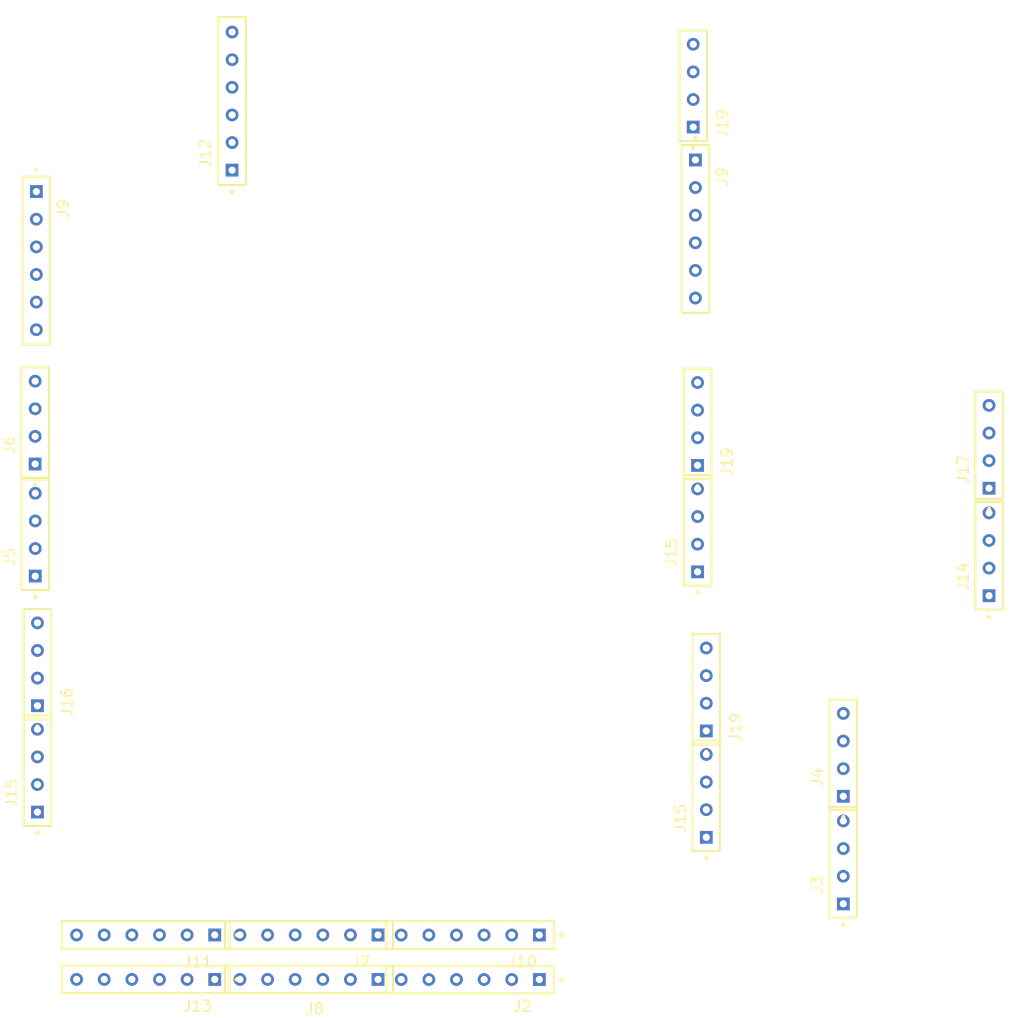
<source format=kicad_pcb>
(kicad_pcb (version 20211014) (generator pcbnew)
  (layers (0 "F.Cu" signal) (31 "B.Cu" signal) (34 "B.Paste" user) (35 "F.Paste" user) (36 "B.SilkS" user "B.Silkscreen") (37 "F.SilkS" user "F.Silkscreen") (38 "B.Mask" user) (39 "F.Mask" user) (44 "Edge.Cuts" user))
  (net 0 "")
  (footprint "Kicad:SAMTEC_BBS-106-X-X" (layer "F.Cu") (at 208 52.1867 -90)
    (fp_text reference "J9" (at -4.7966 -2.455 90) (layer "F.SilkS"))
    (fp_text value "BBS-106-X-X")
    (fp_line (start 7.7216 1.27) (end -7.7216 1.27) (layer "F.SilkS") (width 0.2))
    (fp_line (start 7.7216 -1.27) (end 7.7216 1.27) (layer "F.SilkS") (width 0.2))
    (fp_line (start -7.7216 -1.27) (end 7.7216 -1.27) (layer "F.SilkS") (width 0.2))
    (fp_line (start -7.7216 1.27) (end -7.7216 -1.27) (layer "F.SilkS") (width 0.2))
    (fp_circle (center -8.37 0) (end -8.27 0) (layer "F.SilkS") (width 0.2) (fill none))
    (pad "01" thru_hole rect (at -6.35 0 270) (size 1.168 1.168) (drill 0.66) (layers *.Cu *.Mask))
    (pad "02" thru_hole circle (at -3.81 0 270) (size 1.168 1.168) (drill 0.66) (layers *.Cu *.Mask))
    (pad "03" thru_hole circle (at -1.27 0 270) (size 1.168 1.168) (drill 0.66) (layers *.Cu *.Mask))
    (pad "04" thru_hole circle (at 1.27 0 270) (size 1.168 1.168) (drill 0.66) (layers *.Cu *.Mask))
    (pad "05" thru_hole circle (at 3.81 0 270) (size 1.168 1.168) (drill 0.66) (layers *.Cu *.Mask))
    (pad "06" thru_hole circle (at 6.35 0 270) (size 1.168 1.168) (drill 0.66) (layers *.Cu *.Mask))
  )
  (footprint "BBS 104 x:SAMTEC_BBS-104-X-A" (layer "F.Cu") (at 147.5 92.2125 90)
    (fp_text reference "J16" (at -3.4875 2.7 90) (layer "F.SilkS"))
    (fp_text value "BBS-104-X-A")
    (fp_line (start -5.08 1.27) (end -5.08 -1.27) (layer "F.SilkS") (width 0.2))
    (fp_line (start 5.08 1.27) (end -5.08 1.27) (layer "F.SilkS") (width 0.2))
    (fp_line (start -5.08 -1.27) (end 5.08 -1.27) (layer "F.SilkS") (width 0.2))
    (fp_line (start 5.08 -1.27) (end 5.08 1.27) (layer "F.SilkS") (width 0.2))
    (fp_circle (center -5.73 0) (end -5.63 0) (layer "F.SilkS") (width 0.2) (fill none))
    (pad "01" thru_hole rect (at -3.81 0 90) (size 1.168 1.168) (drill 0.66) (layers *.Cu *.Mask))
    (pad "02" thru_hole circle (at -1.27 0 90) (size 1.168 1.168) (drill 0.66) (layers *.Cu *.Mask))
    (pad "03" thru_hole circle (at 1.27 0 90) (size 1.168 1.168) (drill 0.66) (layers *.Cu *.Mask))
    (pad "04" thru_hole circle (at 3.81 0 90) (size 1.168 1.168) (drill 0.66) (layers *.Cu *.Mask))
  )
  (footprint "BBS 104 x:SAMTEC_BBS-104-X-A" (layer "F.Cu") (at 147.29 69.99 90)
    (fp_text reference "J6" (at -2.055 -2.385 90) (layer "F.SilkS"))
    (fp_text value "BBS-104-X-A")
    (fp_line (start 5.08 1.27) (end -5.08 1.27) (layer "F.SilkS") (width 0.2))
    (fp_line (start 5.08 -1.27) (end 5.08 1.27) (layer "F.SilkS") (width 0.2))
    (fp_line (start -5.08 -1.27) (end 5.08 -1.27) (layer "F.SilkS") (width 0.2))
    (fp_line (start -5.08 1.27) (end -5.08 -1.27) (layer "F.SilkS") (width 0.2))
    (fp_circle (center -5.73 0) (end -5.63 0) (layer "F.SilkS") (width 0.2) (fill none))
    (pad "01" thru_hole rect (at -3.81 0 90) (size 1.168 1.168) (drill 0.66) (layers *.Cu *.Mask))
    (pad "02" thru_hole circle (at -1.27 0 90) (size 1.168 1.168) (drill 0.66) (layers *.Cu *.Mask))
    (pad "03" thru_hole circle (at 1.27 0 90) (size 1.168 1.168) (drill 0.66) (layers *.Cu *.Mask))
    (pad "04" thru_hole circle (at 3.81 0 90) (size 1.168 1.168) (drill 0.66) (layers *.Cu *.Mask))
  )
  (footprint "BBS 104 x:SAMTEC_BBS-104-X-A" (layer "F.Cu") (at 209 104.3125 90)
    (fp_text reference "J15" (at -2.055 -2.385 90) (layer "F.SilkS"))
    (fp_text value "BBS-104-X-A")
    (fp_line (start 5.08 -1.27) (end 5.08 1.27) (layer "F.SilkS") (width 0.2))
    (fp_line (start 5.08 1.27) (end -5.08 1.27) (layer "F.SilkS") (width 0.2))
    (fp_line (start -5.08 -1.27) (end 5.08 -1.27) (layer "F.SilkS") (width 0.2))
    (fp_line (start -5.08 1.27) (end -5.08 -1.27) (layer "F.SilkS") (width 0.2))
    (fp_circle (center -5.73 0) (end -5.63 0) (layer "F.SilkS") (width 0.2) (fill none))
    (pad "01" thru_hole rect (at -3.81 0 90) (size 1.168 1.168) (drill 0.66) (layers *.Cu *.Mask))
    (pad "02" thru_hole circle (at -1.27 0 90) (size 1.168 1.168) (drill 0.66) (layers *.Cu *.Mask))
    (pad "03" thru_hole circle (at 1.27 0 90) (size 1.168 1.168) (drill 0.66) (layers *.Cu *.Mask))
    (pad "04" thru_hole circle (at 3.81 0 90) (size 1.168 1.168) (drill 0.66) (layers *.Cu *.Mask))
  )
  (footprint "Kicad:SAMTEC_BBS-106-X-X" (layer "F.Cu") (at 165.4 40.43 90)
    (fp_text reference "J12" (at -4.7966 -2.455 90) (layer "F.SilkS"))
    (fp_text value "BBS-106-X-X")
    (fp_line (start 7.7216 1.27) (end -7.7216 1.27) (layer "F.SilkS") (width 0.2))
    (fp_line (start -7.7216 -1.27) (end 7.7216 -1.27) (layer "F.SilkS") (width 0.2))
    (fp_line (start -7.7216 1.27) (end -7.7216 -1.27) (layer "F.SilkS") (width 0.2))
    (fp_line (start 7.7216 -1.27) (end 7.7216 1.27) (layer "F.SilkS") (width 0.2))
    (fp_circle (center -8.37 0) (end -8.27 0) (layer "F.SilkS") (width 0.2) (fill none))
    (pad "01" thru_hole rect (at -6.35 0 90) (size 1.168 1.168) (drill 0.66) (layers *.Cu *.Mask))
    (pad "02" thru_hole circle (at -3.81 0 90) (size 1.168 1.168) (drill 0.66) (layers *.Cu *.Mask))
    (pad "03" thru_hole circle (at -1.27 0 90) (size 1.168 1.168) (drill 0.66) (layers *.Cu *.Mask))
    (pad "04" thru_hole circle (at 1.27 0 90) (size 1.168 1.168) (drill 0.66) (layers *.Cu *.Mask))
    (pad "05" thru_hole circle (at 3.81 0 90) (size 1.168 1.168) (drill 0.66) (layers *.Cu *.Mask))
    (pad "06" thru_hole circle (at 6.35 0 90) (size 1.168 1.168) (drill 0.66) (layers *.Cu *.Mask))
  )
  (footprint "Kicad:SAMTEC_BBS-106-X-X" (layer "F.Cu") (at 157.45 121.19 180)
    (fp_text reference "J13" (at -4.7966 -2.455) (layer "F.SilkS"))
    (fp_text value "BBS-106-X-X")
    (fp_line (start -7.7216 -1.27) (end 7.7216 -1.27) (layer "F.SilkS") (width 0.2))
    (fp_line (start 7.7216 1.27) (end -7.7216 1.27) (layer "F.SilkS") (width 0.2))
    (fp_line (start -7.7216 1.27) (end -7.7216 -1.27) (layer "F.SilkS") (width 0.2))
    (fp_line (start 7.7216 -1.27) (end 7.7216 1.27) (layer "F.SilkS") (width 0.2))
    (fp_circle (center -8.37 0) (end -8.27 0) (layer "F.SilkS") (width 0.2) (fill none))
    (pad "01" thru_hole rect (at -6.35 0 180) (size 1.168 1.168) (drill 0.66) (layers *.Cu *.Mask))
    (pad "02" thru_hole circle (at -3.81 0 180) (size 1.168 1.168) (drill 0.66) (layers *.Cu *.Mask))
    (pad "03" thru_hole circle (at -1.27 0 180) (size 1.168 1.168) (drill 0.66) (layers *.Cu *.Mask))
    (pad "04" thru_hole circle (at 1.27 0 180) (size 1.168 1.168) (drill 0.66) (layers *.Cu *.Mask))
    (pad "05" thru_hole circle (at 3.81 0 180) (size 1.168 1.168) (drill 0.66) (layers *.Cu *.Mask))
    (pad "06" thru_hole circle (at 6.35 0 180) (size 1.168 1.168) (drill 0.66) (layers *.Cu *.Mask))
  )
  (footprint "Kicad:SAMTEC_BBS-106-X-X" (layer "F.Cu") (at 187.3 117.11 180)
    (fp_text reference "J10" (at -4.7966 -2.455) (layer "F.SilkS"))
    (fp_text value "BBS-106-X-X")
    (fp_line (start 7.7216 -1.27) (end 7.7216 1.27) (layer "F.SilkS") (width 0.2))
    (fp_line (start -7.7216 1.27) (end -7.7216 -1.27) (layer "F.SilkS") (width 0.2))
    (fp_line (start -7.7216 -1.27) (end 7.7216 -1.27) (layer "F.SilkS") (width 0.2))
    (fp_line (start 7.7216 1.27) (end -7.7216 1.27) (layer "F.SilkS") (width 0.2))
    (fp_circle (center -8.37 0) (end -8.27 0) (layer "F.SilkS") (width 0.2) (fill none))
    (pad "01" thru_hole rect (at -6.35 0 180) (size 1.168 1.168) (drill 0.66) (layers *.Cu *.Mask))
    (pad "02" thru_hole circle (at -3.81 0 180) (size 1.168 1.168) (drill 0.66) (layers *.Cu *.Mask))
    (pad "03" thru_hole circle (at -1.27 0 180) (size 1.168 1.168) (drill 0.66) (layers *.Cu *.Mask))
    (pad "04" thru_hole circle (at 1.27 0 180) (size 1.168 1.168) (drill 0.66) (layers *.Cu *.Mask))
    (pad "05" thru_hole circle (at 3.81 0 180) (size 1.168 1.168) (drill 0.66) (layers *.Cu *.Mask))
    (pad "06" thru_hole circle (at 6.35 0 180) (size 1.168 1.168) (drill 0.66) (layers *.Cu *.Mask))
  )
  (footprint "Kicad:SAMTEC_BBS-106-X-X" (layer "F.Cu") (at 147.4 55.1 -90)
    (fp_text reference "J9" (at -4.7966 -2.455 90) (layer "F.SilkS"))
    (fp_text value "BBS-106-X-X")
    (fp_line (start 7.7216 -1.27) (end 7.7216 1.27) (layer "F.SilkS") (width 0.2))
    (fp_line (start -7.7216 -1.27) (end 7.7216 -1.27) (layer "F.SilkS") (width 0.2))
    (fp_line (start -7.7216 1.27) (end -7.7216 -1.27) (layer "F.SilkS") (width 0.2))
    (fp_line (start 7.7216 1.27) (end -7.7216 1.27) (layer "F.SilkS") (width 0.2))
    (fp_circle (center -8.37 0) (end -8.27 0) (layer "F.SilkS") (width 0.2) (fill none))
    (pad "01" thru_hole rect (at -6.35 0 270) (size 1.168 1.168) (drill 0.66) (layers *.Cu *.Mask))
    (pad "02" thru_hole circle (at -3.81 0 270) (size 1.168 1.168) (drill 0.66) (layers *.Cu *.Mask))
    (pad "03" thru_hole circle (at -1.27 0 270) (size 1.168 1.168) (drill 0.66) (layers *.Cu *.Mask))
    (pad "04" thru_hole circle (at 1.27 0 270) (size 1.168 1.168) (drill 0.66) (layers *.Cu *.Mask))
    (pad "05" thru_hole circle (at 3.81 0 270) (size 1.168 1.168) (drill 0.66) (layers *.Cu *.Mask))
    (pad "06" thru_hole circle (at 6.35 0 270) (size 1.168 1.168) (drill 0.66) (layers *.Cu *.Mask))
  )
  (footprint "Kicad:SAMTEC_BBS-106-X-X" (layer "F.Cu") (at 172.47 117.1 180)
    (fp_text reference "J7" (at -4.7966 -2.455) (layer "F.SilkS"))
    (fp_text value "BBS-106-X-X")
    (fp_line (start -7.7216 -1.27) (end 7.7216 -1.27) (layer "F.SilkS") (width 0.2))
    (fp_line (start 7.7216 1.27) (end -7.7216 1.27) (layer "F.SilkS") (width 0.2))
    (fp_line (start 7.7216 -1.27) (end 7.7216 1.27) (layer "F.SilkS") (width 0.2))
    (fp_line (start -7.7216 1.27) (end -7.7216 -1.27) (layer "F.SilkS") (width 0.2))
    (fp_circle (center -8.37 0) (end -8.27 0) (layer "F.SilkS") (width 0.2) (fill none))
    (pad "01" thru_hole rect (at -6.35 0 180) (size 1.168 1.168) (drill 0.66) (layers *.Cu *.Mask))
    (pad "02" thru_hole circle (at -3.81 0 180) (size 1.168 1.168) (drill 0.66) (layers *.Cu *.Mask))
    (pad "03" thru_hole circle (at -1.27 0 180) (size 1.168 1.168) (drill 0.66) (layers *.Cu *.Mask))
    (pad "04" thru_hole circle (at 1.27 0 180) (size 1.168 1.168) (drill 0.66) (layers *.Cu *.Mask))
    (pad "05" thru_hole circle (at 3.81 0 180) (size 1.168 1.168) (drill 0.66) (layers *.Cu *.Mask))
    (pad "06" thru_hole circle (at 6.35 0 180) (size 1.168 1.168) (drill 0.66) (layers *.Cu *.Mask))
  )
  (footprint "Kicad:SAMTEC_BBS-106-X-X" (layer "F.Cu") (at 172.47 121.19 180)
    (fp_text reference "J8" (at -0.53 -2.71) (layer "F.SilkS"))
    (fp_text value "BBS-106-X-X")
    (fp_line (start -7.7216 -1.27) (end 7.7216 -1.27) (layer "F.SilkS") (width 0.2))
    (fp_line (start 7.7216 -1.27) (end 7.7216 1.27) (layer "F.SilkS") (width 0.2))
    (fp_line (start 7.7216 1.27) (end -7.7216 1.27) (layer "F.SilkS") (width 0.2))
    (fp_line (start -7.7216 1.27) (end -7.7216 -1.27) (layer "F.SilkS") (width 0.2))
    (fp_circle (center -8.37 0) (end -8.27 0) (layer "F.SilkS") (width 0.2) (fill none))
    (pad "01" thru_hole rect (at -6.35 0 180) (size 1.168 1.168) (drill 0.66) (layers *.Cu *.Mask))
    (pad "02" thru_hole circle (at -3.81 0 180) (size 1.168 1.168) (drill 0.66) (layers *.Cu *.Mask))
    (pad "03" thru_hole circle (at -1.27 0 180) (size 1.168 1.168) (drill 0.66) (layers *.Cu *.Mask))
    (pad "04" thru_hole circle (at 1.27 0 180) (size 1.168 1.168) (drill 0.66) (layers *.Cu *.Mask))
    (pad "05" thru_hole circle (at 3.81 0 180) (size 1.168 1.168) (drill 0.66) (layers *.Cu *.Mask))
    (pad "06" thru_hole circle (at 6.35 0 180) (size 1.168 1.168) (drill 0.66) (layers *.Cu *.Mask))
  )
  (footprint "BBS 104 x:SAMTEC_BBS-104-X-A" (layer "F.Cu") (at 209 94.525 90)
    (fp_text reference "J19" (at -3.4875 2.7 90) (layer "F.SilkS"))
    (fp_text value "BBS-104-X-A")
    (fp_line (start -5.08 1.27) (end -5.08 -1.27) (layer "F.SilkS") (width 0.2))
    (fp_line (start -5.08 -1.27) (end 5.08 -1.27) (layer "F.SilkS") (width 0.2))
    (fp_line (start 5.08 1.27) (end -5.08 1.27) (layer "F.SilkS") (width 0.2))
    (fp_line (start 5.08 -1.27) (end 5.08 1.27) (layer "F.SilkS") (width 0.2))
    (fp_circle (center -5.73 0) (end -5.63 0) (layer "F.SilkS") (width 0.2) (fill none))
    (pad "01" thru_hole rect (at -3.81 0 90) (size 1.168 1.168) (drill 0.66) (layers *.Cu *.Mask))
    (pad "02" thru_hole circle (at -1.27 0 90) (size 1.168 1.168) (drill 0.66) (layers *.Cu *.Mask))
    (pad "03" thru_hole circle (at 1.27 0 90) (size 1.168 1.168) (drill 0.66) (layers *.Cu *.Mask))
    (pad "04" thru_hole circle (at 3.81 0 90) (size 1.168 1.168) (drill 0.66) (layers *.Cu *.Mask))
  )
  (footprint "BBS 104 x:SAMTEC_BBS-104-X-A" (layer "F.Cu") (at 221.6 110.43 90)
    (fp_text reference "J3" (at -2.055 -2.385 90) (layer "F.SilkS"))
    (fp_text value "BBS-104-X-A")
    (fp_line (start 5.08 -1.27) (end 5.08 1.27) (layer "F.SilkS") (width 0.2))
    (fp_line (start 5.08 1.27) (end -5.08 1.27) (layer "F.SilkS") (width 0.2))
    (fp_line (start -5.08 1.27) (end -5.08 -1.27) (layer "F.SilkS") (width 0.2))
    (fp_line (start -5.08 -1.27) (end 5.08 -1.27) (layer "F.SilkS") (width 0.2))
    (fp_circle (center -5.73 0) (end -5.63 0) (layer "F.SilkS") (width 0.2) (fill none))
    (pad "01" thru_hole rect (at -3.81 0 90) (size 1.168 1.168) (drill 0.66) (layers *.Cu *.Mask))
    (pad "02" thru_hole circle (at -1.27 0 90) (size 1.168 1.168) (drill 0.66) (layers *.Cu *.Mask))
    (pad "03" thru_hole circle (at 1.27 0 90) (size 1.168 1.168) (drill 0.66) (layers *.Cu *.Mask))
    (pad "04" thru_hole circle (at 3.81 0 90) (size 1.168 1.168) (drill 0.66) (layers *.Cu *.Mask))
  )
  (footprint "BBS 104 x:SAMTEC_BBS-104-X-A" (layer "F.Cu") (at 221.6 100.5425 90)
    (fp_text reference "J4" (at -2.055 -2.385 90) (layer "F.SilkS"))
    (fp_text value "BBS-104-X-A")
    (fp_line (start -5.08 1.27) (end -5.08 -1.27) (layer "F.SilkS") (width 0.2))
    (fp_line (start -5.08 -1.27) (end 5.08 -1.27) (layer "F.SilkS") (width 0.2))
    (fp_line (start 5.08 1.27) (end -5.08 1.27) (layer "F.SilkS") (width 0.2))
    (fp_line (start 5.08 -1.27) (end 5.08 1.27) (layer "F.SilkS") (width 0.2))
    (fp_circle (center -5.73 0) (end -5.63 0) (layer "F.SilkS") (width 0.2) (fill none))
    (pad "01" thru_hole rect (at -3.81 0 90) (size 1.168 1.168) (drill 0.66) (layers *.Cu *.Mask))
    (pad "02" thru_hole circle (at -1.27 0 90) (size 1.168 1.168) (drill 0.66) (layers *.Cu *.Mask))
    (pad "03" thru_hole circle (at 1.27 0 90) (size 1.168 1.168) (drill 0.66) (layers *.Cu *.Mask))
    (pad "04" thru_hole circle (at 3.81 0 90) (size 1.168 1.168) (drill 0.66) (layers *.Cu *.Mask))
  )
  (footprint "Kicad:SAMTEC_BBS-106-X-X" (layer "F.Cu") (at 157.45 117.1 180)
    (fp_text reference "J11" (at -4.7966 -2.455) (layer "F.SilkS"))
    (fp_text value "BBS-106-X-X")
    (fp_line (start 7.7216 -1.27) (end 7.7216 1.27) (layer "F.SilkS") (width 0.2))
    (fp_line (start -7.7216 -1.27) (end 7.7216 -1.27) (layer "F.SilkS") (width 0.2))
    (fp_line (start -7.7216 1.27) (end -7.7216 -1.27) (layer "F.SilkS") (width 0.2))
    (fp_line (start 7.7216 1.27) (end -7.7216 1.27) (layer "F.SilkS") (width 0.2))
    (fp_circle (center -8.37 0) (end -8.27 0) (layer "F.SilkS") (width 0.2) (fill none))
    (pad "01" thru_hole rect (at -6.35 0 180) (size 1.168 1.168) (drill 0.66) (layers *.Cu *.Mask))
    (pad "02" thru_hole circle (at -3.81 0 180) (size 1.168 1.168) (drill 0.66) (layers *.Cu *.Mask))
    (pad "03" thru_hole circle (at -1.27 0 180) (size 1.168 1.168) (drill 0.66) (layers *.Cu *.Mask))
    (pad "04" thru_hole circle (at 1.27 0 180) (size 1.168 1.168) (drill 0.66) (layers *.Cu *.Mask))
    (pad "05" thru_hole circle (at 3.81 0 180) (size 1.168 1.168) (drill 0.66) (layers *.Cu *.Mask))
    (pad "06" thru_hole circle (at 6.35 0 180) (size 1.168 1.168) (drill 0.66) (layers *.Cu *.Mask))
  )
  (footprint "BBS 104 x:SAMTEC_BBS-104-X-A" (layer "F.Cu") (at 207.8 39.0125 90)
    (fp_text reference "J19" (at -3.4875 2.7 90) (layer "F.SilkS"))
    (fp_text value "BBS-104-X-A")
    (fp_line (start 5.08 -1.27) (end 5.08 1.27) (layer "F.SilkS") (width 0.2))
    (fp_line (start -5.08 -1.27) (end 5.08 -1.27) (layer "F.SilkS") (width 0.2))
    (fp_line (start 5.08 1.27) (end -5.08 1.27) (layer "F.SilkS") (width 0.2))
    (fp_line (start -5.08 1.27) (end -5.08 -1.27) (layer "F.SilkS") (width 0.2))
    (fp_circle (center -5.73 0) (end -5.63 0) (layer "F.SilkS") (width 0.2) (fill none))
    (pad "01" thru_hole rect (at -3.81 0 90) (size 1.168 1.168) (drill 0.66) (layers *.Cu *.Mask))
    (pad "02" thru_hole circle (at -1.27 0 90) (size 1.168 1.168) (drill 0.66) (layers *.Cu *.Mask))
    (pad "03" thru_hole circle (at 1.27 0 90) (size 1.168 1.168) (drill 0.66) (layers *.Cu *.Mask))
    (pad "04" thru_hole circle (at 3.81 0 90) (size 1.168 1.168) (drill 0.66) (layers *.Cu *.Mask))
  )
  (footprint "BBS 104 x:SAMTEC_BBS-104-X-A" (layer "F.Cu") (at 208.2 70.1125 90)
    (fp_text reference "J19" (at -3.4875 2.7 90) (layer "F.SilkS"))
    (fp_text value "BBS-104-X-A")
    (fp_line (start 5.08 1.27) (end -5.08 1.27) (layer "F.SilkS") (width 0.2))
    (fp_line (start -5.08 -1.27) (end 5.08 -1.27) (layer "F.SilkS") (width 0.2))
    (fp_line (start -5.08 1.27) (end -5.08 -1.27) (layer "F.SilkS") (width 0.2))
    (fp_line (start 5.08 -1.27) (end 5.08 1.27) (layer "F.SilkS") (width 0.2))
    (fp_circle (center -5.73 0) (end -5.63 0) (layer "F.SilkS") (width 0.2) (fill none))
    (pad "01" thru_hole rect (at -3.81 0 90) (size 1.168 1.168) (drill 0.66) (layers *.Cu *.Mask))
    (pad "02" thru_hole circle (at -1.27 0 90) (size 1.168 1.168) (drill 0.66) (layers *.Cu *.Mask))
    (pad "03" thru_hole circle (at 1.27 0 90) (size 1.168 1.168) (drill 0.66) (layers *.Cu *.Mask))
    (pad "04" thru_hole circle (at 3.81 0 90) (size 1.168 1.168) (drill 0.66) (layers *.Cu *.Mask))
  )
  (footprint "BBS 104 x:SAMTEC_BBS-104-X-A" (layer "F.Cu") (at 235 72.2175 90)
    (fp_text reference "J17" (at -2.055 -2.385 90) (layer "F.SilkS"))
    (fp_text value "BBS-104-X-A")
    (fp_line (start -5.08 1.27) (end -5.08 -1.27) (layer "F.SilkS") (width 0.2))
    (fp_line (start -5.08 -1.27) (end 5.08 -1.27) (layer "F.SilkS") (width 0.2))
    (fp_line (start 5.08 -1.27) (end 5.08 1.27) (layer "F.SilkS") (width 0.2))
    (fp_line (start 5.08 1.27) (end -5.08 1.27) (layer "F.SilkS") (width 0.2))
    (fp_circle (center -5.73 0) (end -5.63 0) (layer "F.SilkS") (width 0.2) (fill none))
    (pad "01" thru_hole rect (at -3.81 0 90) (size 1.168 1.168) (drill 0.66) (layers *.Cu *.Mask))
    (pad "02" thru_hole circle (at -1.27 0 90) (size 1.168 1.168) (drill 0.66) (layers *.Cu *.Mask))
    (pad "03" thru_hole circle (at 1.27 0 90) (size 1.168 1.168) (drill 0.66) (layers *.Cu *.Mask))
    (pad "04" thru_hole circle (at 3.81 0 90) (size 1.168 1.168) (drill 0.66) (layers *.Cu *.Mask))
  )
  (footprint "BBS 104 x:SAMTEC_BBS-104-X-A" (layer "F.Cu") (at 147.5 102 90)
    (fp_text reference "J15" (at -2.055 -2.385 90) (layer "F.SilkS"))
    (fp_text value "BBS-104-X-A")
    (fp_line (start -5.08 -1.27) (end 5.08 -1.27) (layer "F.SilkS") (width 0.2))
    (fp_line (start 5.08 -1.27) (end 5.08 1.27) (layer "F.SilkS") (width 0.2))
    (fp_line (start -5.08 1.27) (end -5.08 -1.27) (layer "F.SilkS") (width 0.2))
    (fp_line (start 5.08 1.27) (end -5.08 1.27) (layer "F.SilkS") (width 0.2))
    (fp_circle (center -5.73 0) (end -5.63 0) (layer "F.SilkS") (width 0.2) (fill none))
    (pad "01" thru_hole rect (at -3.81 0 90) (size 1.168 1.168) (drill 0.66) (layers *.Cu *.Mask))
    (pad "02" thru_hole circle (at -1.27 0 90) (size 1.168 1.168) (drill 0.66) (layers *.Cu *.Mask))
    (pad "03" thru_hole circle (at 1.27 0 90) (size 1.168 1.168) (drill 0.66) (layers *.Cu *.Mask))
    (pad "04" thru_hole circle (at 3.81 0 90) (size 1.168 1.168) (drill 0.66) (layers *.Cu *.Mask))
  )
  (footprint "BBS 104 x:SAMTEC_BBS-104-X-A" (layer "F.Cu") (at 147.3 80.3 90)
    (fp_text reference "J5" (at -2.055 -2.385 90) (layer "F.SilkS"))
    (fp_text value "BBS-104-X-A")
    (fp_line (start 5.08 -1.27) (end 5.08 1.27) (layer "F.SilkS") (width 0.2))
    (fp_line (start -5.08 -1.27) (end 5.08 -1.27) (layer "F.SilkS") (width 0.2))
    (fp_line (start 5.08 1.27) (end -5.08 1.27) (layer "F.SilkS") (width 0.2))
    (fp_line (start -5.08 1.27) (end -5.08 -1.27) (layer "F.SilkS") (width 0.2))
    (fp_circle (center -5.73 0) (end -5.63 0) (layer "F.SilkS") (width 0.2) (fill none))
    (pad "01" thru_hole rect (at -3.81 0 90) (size 1.168 1.168) (drill 0.66) (layers *.Cu *.Mask))
    (pad "02" thru_hole circle (at -1.27 0 90) (size 1.168 1.168) (drill 0.66) (layers *.Cu *.Mask))
    (pad "03" thru_hole circle (at 1.27 0 90) (size 1.168 1.168) (drill 0.66) (layers *.Cu *.Mask))
    (pad "04" thru_hole circle (at 3.81 0 90) (size 1.168 1.168) (drill 0.66) (layers *.Cu *.Mask))
  )
  (footprint "BBS 104 x:SAMTEC_BBS-104-X-A" (layer "F.Cu") (at 235 82.1 90)
    (fp_text reference "J14" (at -2.055 -2.385 90) (layer "F.SilkS"))
    (fp_text value "BBS-104-X-A")
    (fp_line (start -5.08 1.27) (end -5.08 -1.27) (layer "F.SilkS") (width 0.2))
    (fp_line (start 5.08 -1.27) (end 5.08 1.27) (layer "F.SilkS") (width 0.2))
    (fp_line (start -5.08 -1.27) (end 5.08 -1.27) (layer "F.SilkS") (width 0.2))
    (fp_line (start 5.08 1.27) (end -5.08 1.27) (layer "F.SilkS") (width 0.2))
    (fp_circle (center -5.73 0) (end -5.63 0) (layer "F.SilkS") (width 0.2) (fill none))
    (pad "01" thru_hole rect (at -3.81 0 90) (size 1.168 1.168) (drill 0.66) (layers *.Cu *.Mask))
    (pad "02" thru_hole circle (at -1.27 0 90) (size 1.168 1.168) (drill 0.66) (layers *.Cu *.Mask))
    (pad "03" thru_hole circle (at 1.27 0 90) (size 1.168 1.168) (drill 0.66) (layers *.Cu *.Mask))
    (pad "04" thru_hole circle (at 3.81 0 90) (size 1.168 1.168) (drill 0.66) (layers *.Cu *.Mask))
  )
  (footprint "BBS 104 x:SAMTEC_BBS-104-X-A" (layer "F.Cu") (at 208.2 79.9 90)
    (fp_text reference "J15" (at -2.055 -2.385 90) (layer "F.SilkS"))
    (fp_text value "BBS-104-X-A")
    (fp_line (start -5.08 -1.27) (end 5.08 -1.27) (layer "F.SilkS") (width 0.2))
    (fp_line (start -5.08 1.27) (end -5.08 -1.27) (layer "F.SilkS") (width 0.2))
    (fp_line (start 5.08 -1.27) (end 5.08 1.27) (layer "F.SilkS") (width 0.2))
    (fp_line (start 5.08 1.27) (end -5.08 1.27) (layer "F.SilkS") (width 0.2))
    (fp_circle (center -5.73 0) (end -5.63 0) (layer "F.SilkS") (width 0.2) (fill none))
    (pad "01" thru_hole rect (at -3.81 0 90) (size 1.168 1.168) (drill 0.66) (layers *.Cu *.Mask))
    (pad "02" thru_hole circle (at -1.27 0 90) (size 1.168 1.168) (drill 0.66) (layers *.Cu *.Mask))
    (pad "03" thru_hole circle (at 1.27 0 90) (size 1.168 1.168) (drill 0.66) (layers *.Cu *.Mask))
    (pad "04" thru_hole circle (at 3.81 0 90) (size 1.168 1.168) (drill 0.66) (layers *.Cu *.Mask))
  )
  (footprint "Kicad:SAMTEC_BBS-106-X-X" (layer "F.Cu") (at 187.3 121.2 180)
    (fp_text reference "J2" (at -4.7966 -2.455) (layer "F.SilkS"))
    (fp_text value "BBS-106-X-X")
    (fp_line (start 7.7216 -1.27) (end 7.7216 1.27) (layer "F.SilkS") (width 0.2))
    (fp_line (start -7.7216 1.27) (end -7.7216 -1.27) (layer "F.SilkS") (width 0.2))
    (fp_line (start 7.7216 1.27) (end -7.7216 1.27) (layer "F.SilkS") (width 0.2))
    (fp_line (start -7.7216 -1.27) (end 7.7216 -1.27) (layer "F.SilkS") (width 0.2))
    (fp_circle (center -8.37 0) (end -8.27 0) (layer "F.SilkS") (width 0.2) (fill none))
    (pad "01" thru_hole rect (at -6.35 0 180) (size 1.168 1.168) (drill 0.66) (layers *.Cu *.Mask))
    (pad "02" thru_hole circle (at -3.81 0 180) (size 1.168 1.168) (drill 0.66) (layers *.Cu *.Mask))
    (pad "03" thru_hole circle (at -1.27 0 180) (size 1.168 1.168) (drill 0.66) (layers *.Cu *.Mask))
    (pad "04" thru_hole circle (at 1.27 0 180) (size 1.168 1.168) (drill 0.66) (layers *.Cu *.Mask))
    (pad "05" thru_hole circle (at 3.81 0 180) (size 1.168 1.168) (drill 0.66) (layers *.Cu *.Mask))
    (pad "06" thru_hole circle (at 6.35 0 180) (size 1.168 1.168) (drill 0.66) (layers *.Cu *.Mask))
  )
)
</source>
